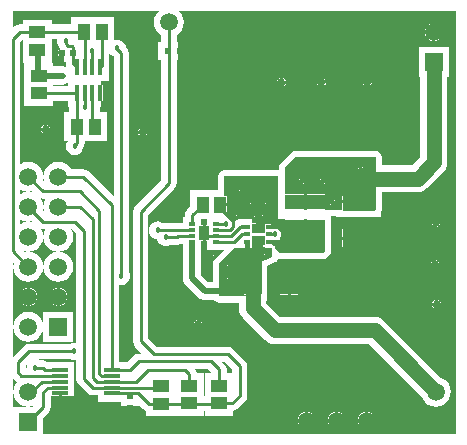
<source format=gtl>
G04 Layer_Physical_Order=1*
G04 Layer_Color=255*
%FSLAX44Y44*%
%MOMM*%
G71*
G01*
G75*
%ADD10R,0.6000X0.5000*%
%ADD11R,0.5000X0.6000*%
%ADD12R,2.8000X1.5000*%
%ADD13R,1.5000X2.8000*%
%ADD14R,0.9000X1.3000*%
%ADD15R,0.5000X0.3000*%
%ADD16R,1.4000X0.3500*%
%ADD17R,1.4000X1.1000*%
%ADD18R,0.4700X0.3500*%
%ADD19R,0.4500X1.4000*%
%ADD20R,0.4500X1.4000*%
%ADD21R,0.4500X1.4000*%
%ADD22R,1.1000X1.4000*%
%ADD23R,3.4000X1.3000*%
%ADD24C,0.2540*%
%ADD25C,0.5080*%
%ADD26C,1.2700*%
%ADD27C,0.3810*%
%ADD28R,0.4826X0.3048*%
%ADD29R,0.3780X0.4630*%
%ADD30C,0.7620*%
%ADD31C,0.4572*%
%ADD32R,1.5000X1.5000*%
%ADD33C,1.5000*%
%ADD34R,1.5000X1.5000*%
%ADD35C,0.5080*%
%ADD36C,0.6000*%
G36*
X44513Y340360D02*
X44767Y338437D01*
X45509Y336645D01*
X45690Y336409D01*
X45961Y335044D01*
X47365Y332943D01*
X47608Y332700D01*
X45340D01*
Y331470D01*
X48340D01*
Y330200D01*
X49610D01*
Y327700D01*
X50260D01*
Y322620D01*
X51866D01*
Y320989D01*
X52358Y318511D01*
X53005Y317544D01*
X52985Y317559D01*
X51131Y318327D01*
X49142Y318589D01*
X40909D01*
Y321356D01*
X36388D01*
Y321772D01*
X39893D01*
Y336772D01*
Y341633D01*
X44681D01*
X44513Y340360D01*
D02*
G37*
G36*
X54040Y302377D02*
X40909D01*
Y303217D01*
X49142D01*
X51131Y303479D01*
X52985Y304247D01*
X54040Y305057D01*
Y302377D01*
D02*
G37*
G36*
X13722Y214182D02*
X16782Y212915D01*
X20066Y212482D01*
X23187Y212893D01*
X24551Y211530D01*
X23350Y212027D01*
X20066Y212460D01*
X16782Y212027D01*
X13722Y210760D01*
X13332Y210461D01*
Y214481D01*
X13722Y214182D01*
D02*
G37*
G36*
X15733Y336772D02*
Y321772D01*
X21016D01*
Y321356D01*
X16749D01*
Y300196D01*
Y285196D01*
X40909D01*
Y289429D01*
X54040D01*
Y283879D01*
X54896D01*
Y279669D01*
X50754D01*
Y255509D01*
X53551D01*
X53002Y254794D01*
X52260Y253002D01*
X52006Y251079D01*
X52260Y249156D01*
X53002Y247364D01*
X54183Y245826D01*
X55721Y244645D01*
X57513Y243903D01*
X59436Y243649D01*
X61359Y243903D01*
X63151Y244645D01*
X64689Y245826D01*
X65870Y247364D01*
X66612Y249156D01*
X66827Y250784D01*
X67316Y251515D01*
X67808Y253993D01*
Y255509D01*
X86914D01*
Y279669D01*
X80844D01*
Y283879D01*
X81700D01*
Y288959D01*
X83120D01*
Y302959D01*
X81700D01*
Y305879D01*
X88200D01*
Y317001D01*
X88650Y319265D01*
Y330568D01*
X88816Y330168D01*
X89997Y328629D01*
X91535Y327449D01*
X92332Y327119D01*
Y208798D01*
X71380Y229749D01*
X69280Y231153D01*
X66802Y231645D01*
X56355D01*
X54438Y234143D01*
X51810Y236160D01*
X48750Y237427D01*
X45466Y237859D01*
X42182Y237427D01*
X39122Y236160D01*
X36494Y234143D01*
X34477Y231515D01*
X33210Y228455D01*
X32778Y225171D01*
X33210Y221887D01*
X33707Y220686D01*
X32344Y222050D01*
X32754Y225171D01*
X32322Y228455D01*
X31055Y231515D01*
X29038Y234143D01*
X26410Y236160D01*
X23350Y237427D01*
X20066Y237859D01*
X16782Y237427D01*
X13722Y236160D01*
X13332Y235861D01*
Y339329D01*
X15636Y341633D01*
X15733D01*
Y336772D01*
D02*
G37*
G36*
X61077Y206245D02*
X56355D01*
X56156Y206505D01*
X60818D01*
X61077Y206245D01*
D02*
G37*
G36*
X32258Y206505D02*
X34776D01*
X34477Y206115D01*
X33210Y203055D01*
X32778Y199771D01*
X33210Y196487D01*
X33707Y195286D01*
X32344Y196650D01*
X32754Y199771D01*
X32322Y203055D01*
X31055Y206115D01*
X30485Y206857D01*
X32258Y206505D01*
D02*
G37*
G36*
X61802Y193075D02*
X60687Y193297D01*
X61580D01*
X61802Y193075D01*
D02*
G37*
G36*
X13722Y188782D02*
X16782Y187515D01*
X20066Y187083D01*
X23187Y187493D01*
X24551Y186130D01*
X23350Y186627D01*
X20066Y187059D01*
X16782Y186627D01*
X13722Y185360D01*
X13332Y185061D01*
Y189081D01*
X13722Y188782D01*
D02*
G37*
G36*
X32766Y180597D02*
X34428D01*
X33210Y177655D01*
X32778Y174371D01*
X33210Y171087D01*
X34477Y168027D01*
X36494Y165399D01*
X39122Y163382D01*
X42182Y162115D01*
X45466Y161682D01*
X48750Y162115D01*
X51810Y163382D01*
X54438Y165399D01*
X56455Y168027D01*
X57722Y171087D01*
X58155Y174371D01*
X57722Y177655D01*
X56504Y180597D01*
X56754D01*
X60836Y176515D01*
Y84555D01*
X59182Y84773D01*
X57259Y84519D01*
X55564Y83817D01*
X20828D01*
X18350Y83325D01*
X16250Y81921D01*
X7045Y72716D01*
Y152836D01*
X7788Y152092D01*
X7377Y148971D01*
X7810Y145687D01*
X9077Y142627D01*
X11094Y139999D01*
X13722Y137982D01*
X16782Y136715D01*
X20066Y136283D01*
X23350Y136715D01*
X26410Y137982D01*
X29038Y139999D01*
X31055Y142627D01*
X32322Y145687D01*
X32754Y148971D01*
X32322Y152255D01*
X31055Y155315D01*
X29038Y157943D01*
X26410Y159960D01*
X23350Y161227D01*
X20066Y161660D01*
X16945Y161249D01*
X15581Y162612D01*
X16782Y162115D01*
X20066Y161682D01*
X23350Y162115D01*
X26410Y163382D01*
X29038Y165399D01*
X31055Y168027D01*
X32322Y171087D01*
X32754Y174371D01*
X32322Y177655D01*
X31055Y180715D01*
X30854Y180977D01*
X32766Y180597D01*
D02*
G37*
G36*
X130220Y364953D02*
X128203Y362325D01*
X126936Y359265D01*
X126503Y355981D01*
X126936Y352697D01*
X128203Y349637D01*
X130220Y347009D01*
X132718Y345092D01*
Y338923D01*
X130303D01*
Y323763D01*
X132718D01*
Y222265D01*
X110738Y200285D01*
X109334Y198185D01*
X108842Y195707D01*
Y85979D01*
X109334Y83501D01*
X110738Y81401D01*
X116703Y75435D01*
X113538D01*
X111060Y74943D01*
X108960Y73539D01*
X103584Y68163D01*
X102914D01*
Y68519D01*
X97308D01*
Y133865D01*
X98806Y133667D01*
X100729Y133921D01*
X102521Y134663D01*
X104059Y135843D01*
X105240Y137382D01*
X105982Y139174D01*
X106236Y141097D01*
X105982Y143020D01*
X105280Y144715D01*
Y329819D01*
X104788Y332297D01*
X103384Y334397D01*
X102495Y335286D01*
X102426Y335806D01*
X101684Y337598D01*
X100504Y339137D01*
X98965Y340317D01*
X97173Y341059D01*
X95250Y341313D01*
X93327Y341059D01*
X92756Y340823D01*
Y360187D01*
X56596D01*
Y354581D01*
X39893D01*
Y357932D01*
X15733D01*
Y354581D01*
X12954D01*
X10476Y354089D01*
X8376Y352685D01*
X7045Y351354D01*
Y365700D01*
X131193D01*
X130220Y364953D01*
D02*
G37*
G36*
X18986Y65296D02*
X18732Y63373D01*
X18760Y63163D01*
X17904D01*
Y65263D01*
X19727Y67086D01*
X18986Y65296D01*
D02*
G37*
G36*
X192662Y62215D02*
Y58847D01*
X188084D01*
Y62103D01*
X187592Y64581D01*
X186188Y66681D01*
X184541Y68329D01*
X186548D01*
X192662Y62215D01*
D02*
G37*
G36*
X175136Y59421D02*
Y58847D01*
X169530D01*
Y43847D01*
Y39487D01*
X168544D01*
Y58847D01*
X162778D01*
X162446Y60517D01*
X161129Y62487D01*
X172070D01*
X175136Y59421D01*
D02*
G37*
G36*
X144384Y39487D02*
X144160D01*
Y54867D01*
X144384D01*
Y39487D01*
D02*
G37*
G36*
X382337Y7045D02*
X32646D01*
Y21077D01*
X37344Y25775D01*
X38748Y27875D01*
X39240Y30353D01*
Y39859D01*
X58914D01*
Y44859D01*
Y49859D01*
Y54859D01*
Y68519D01*
X35986D01*
X34736Y69355D01*
X32258Y69847D01*
X29780D01*
X28085Y70549D01*
X26162Y70803D01*
X24239Y70549D01*
X22449Y69808D01*
X23510Y70869D01*
X55564D01*
X57259Y70167D01*
X59182Y69913D01*
X60836Y70131D01*
Y53975D01*
X61328Y51497D01*
X62732Y49397D01*
X70018Y42111D01*
X72118Y40707D01*
X74596Y40215D01*
X78754D01*
Y39859D01*
Y34859D01*
X98973D01*
Y31464D01*
X104053D01*
Y30814D01*
X109053D01*
Y31464D01*
X114133D01*
Y31778D01*
X117476Y28435D01*
X119576Y27031D01*
X120000Y26947D01*
Y22433D01*
X144160D01*
Y26539D01*
X144384D01*
Y22687D01*
X168544D01*
Y26539D01*
X169530D01*
Y22687D01*
X193690D01*
Y26999D01*
X195130Y27285D01*
X197230Y28689D01*
X203714Y35173D01*
X205118Y37273D01*
X205610Y39751D01*
Y64897D01*
X205118Y67375D01*
X203714Y69475D01*
X193808Y79381D01*
X191708Y80785D01*
X189230Y81277D01*
X129174D01*
X121790Y88661D01*
Y193025D01*
X143770Y215005D01*
X145174Y217105D01*
X145666Y219583D01*
Y323763D01*
X146463D01*
Y328843D01*
X147113D01*
Y331343D01*
Y333843D01*
X146463D01*
Y338923D01*
X145666D01*
Y345092D01*
X148164Y347009D01*
X150181Y349637D01*
X151448Y352697D01*
X151881Y355981D01*
X151448Y359265D01*
X150181Y362325D01*
X148164Y364953D01*
X147191Y365700D01*
X382337D01*
Y7045D01*
D02*
G37*
G36*
X9726Y52111D02*
X10674Y51478D01*
X9077Y49397D01*
X7810Y46337D01*
X7377Y43053D01*
X7810Y39769D01*
X9077Y36709D01*
X11094Y34081D01*
X13722Y32064D01*
X16782Y30797D01*
X20066Y30364D01*
X23350Y30797D01*
X24551Y31294D01*
X23490Y30233D01*
X7486D01*
Y7045D01*
X7045D01*
Y54791D01*
X9726Y52111D01*
D02*
G37*
%LPC*%
G36*
X47070Y328930D02*
X45340D01*
Y327700D01*
X47070D01*
Y328930D01*
D02*
G37*
G36*
X46736Y326767D02*
Y326136D01*
X47367D01*
X47114Y326514D01*
X46736Y326767D01*
D02*
G37*
G36*
X44196D02*
X43818Y326514D01*
X43565Y326136D01*
X44196D01*
Y326767D01*
D02*
G37*
G36*
X47367Y323596D02*
X46736D01*
Y322965D01*
X47114Y323218D01*
X47367Y323596D01*
D02*
G37*
G36*
X44196D02*
X43565D01*
X43818Y323218D01*
X44196Y322965D01*
Y323596D01*
D02*
G37*
G36*
X36068Y268681D02*
Y266319D01*
X38430D01*
X38387Y266536D01*
X37545Y267796D01*
X36285Y268638D01*
X36068Y268681D01*
D02*
G37*
G36*
X33528D02*
X33311Y268638D01*
X32051Y267796D01*
X31209Y266536D01*
X31166Y266319D01*
X33528D01*
Y268681D01*
D02*
G37*
G36*
X38430Y263779D02*
X36068D01*
Y261417D01*
X36285Y261460D01*
X37545Y262302D01*
X38387Y263562D01*
X38430Y263779D01*
D02*
G37*
G36*
X33528D02*
X31166D01*
X31209Y263562D01*
X32051Y262302D01*
X33311Y261460D01*
X33528Y261417D01*
Y263779D01*
D02*
G37*
G36*
X45466Y161660D02*
X42182Y161227D01*
X39122Y159960D01*
X36494Y157943D01*
X34477Y155315D01*
X33210Y152255D01*
X32778Y148971D01*
X33210Y145687D01*
X34477Y142627D01*
X36494Y139999D01*
X39122Y137982D01*
X42182Y136715D01*
X45466Y136283D01*
X48750Y136715D01*
X51810Y137982D01*
X54438Y139999D01*
X56455Y142627D01*
X57722Y145687D01*
X58155Y148971D01*
X57722Y152255D01*
X56455Y155315D01*
X54438Y157943D01*
X51810Y159960D01*
X48750Y161227D01*
X45466Y161660D01*
D02*
G37*
G36*
X46736Y130969D02*
Y124841D01*
X52863D01*
X52773Y125529D01*
X52017Y127353D01*
X50815Y128920D01*
X49248Y130122D01*
X47424Y130878D01*
X46736Y130969D01*
D02*
G37*
G36*
X21336D02*
Y124841D01*
X27464D01*
X27373Y125529D01*
X26617Y127353D01*
X25415Y128920D01*
X23848Y130122D01*
X22024Y130878D01*
X21336Y130969D01*
D02*
G37*
G36*
X44196D02*
X43508Y130878D01*
X41684Y130122D01*
X40117Y128920D01*
X38915Y127353D01*
X38159Y125529D01*
X38068Y124841D01*
X44196D01*
Y130969D01*
D02*
G37*
G36*
X18796D02*
X18108Y130878D01*
X16284Y130122D01*
X14717Y128920D01*
X13515Y127353D01*
X12759Y125529D01*
X12668Y124841D01*
X18796D01*
Y130969D01*
D02*
G37*
G36*
X52863Y122301D02*
X46736D01*
Y116173D01*
X47424Y116264D01*
X49248Y117020D01*
X50815Y118222D01*
X52017Y119789D01*
X52773Y121613D01*
X52863Y122301D01*
D02*
G37*
G36*
X27464D02*
X21336D01*
Y116173D01*
X22024Y116264D01*
X23848Y117020D01*
X25415Y118222D01*
X26617Y119789D01*
X27373Y121613D01*
X27464Y122301D01*
D02*
G37*
G36*
X44196D02*
X38068D01*
X38159Y121613D01*
X38915Y119789D01*
X40117Y118222D01*
X41684Y117020D01*
X43508Y116264D01*
X44196Y116173D01*
Y122301D01*
D02*
G37*
G36*
X18796D02*
X12668D01*
X12759Y121613D01*
X13515Y119789D01*
X14717Y118222D01*
X16284Y117020D01*
X18108Y116264D01*
X18796Y116173D01*
Y122301D01*
D02*
G37*
G36*
X58046Y110751D02*
X32886D01*
Y85591D01*
X58046D01*
Y110751D01*
D02*
G37*
G36*
X20066Y110859D02*
X16782Y110427D01*
X13722Y109160D01*
X11094Y107143D01*
X9077Y104515D01*
X7810Y101455D01*
X7377Y98171D01*
X7810Y94887D01*
X9077Y91827D01*
X11094Y89199D01*
X13722Y87182D01*
X16782Y85915D01*
X20066Y85483D01*
X23350Y85915D01*
X26410Y87182D01*
X29038Y89199D01*
X31055Y91827D01*
X32322Y94887D01*
X32754Y98171D01*
X32322Y101455D01*
X31055Y104515D01*
X29038Y107143D01*
X26410Y109160D01*
X23350Y110427D01*
X20066Y110859D01*
D02*
G37*
G36*
X118237Y266649D02*
Y264287D01*
X120599D01*
X120556Y264504D01*
X119714Y265764D01*
X118454Y266606D01*
X118237Y266649D01*
D02*
G37*
G36*
X115697D02*
X115480Y266606D01*
X114220Y265764D01*
X113378Y264504D01*
X113335Y264287D01*
X115697D01*
Y266649D01*
D02*
G37*
G36*
X120599Y261747D02*
X118237D01*
Y259385D01*
X118454Y259428D01*
X119714Y260270D01*
X120556Y261530D01*
X120599Y261747D01*
D02*
G37*
G36*
X115697D02*
X113335D01*
X113378Y261530D01*
X114220Y260270D01*
X115480Y259428D01*
X115697Y259385D01*
Y261747D01*
D02*
G37*
G36*
X172092Y363481D02*
X165862D01*
Y357251D01*
X172092D01*
Y363481D01*
D02*
G37*
G36*
X163322D02*
X157092D01*
Y357251D01*
X163322D01*
Y363481D01*
D02*
G37*
G36*
X364744Y354996D02*
Y348869D01*
X370872D01*
X370781Y349557D01*
X370025Y351381D01*
X368823Y352948D01*
X367256Y354150D01*
X365432Y354906D01*
X364744Y354996D01*
D02*
G37*
G36*
X362204D02*
X361516Y354906D01*
X359692Y354150D01*
X358125Y352948D01*
X356923Y351381D01*
X356167Y349557D01*
X356077Y348869D01*
X362204D01*
Y354996D01*
D02*
G37*
G36*
X172092Y354711D02*
X165862D01*
Y348481D01*
X172092D01*
Y354711D01*
D02*
G37*
G36*
X163322D02*
X157092D01*
Y348481D01*
X163322D01*
Y354711D01*
D02*
G37*
G36*
X370872Y346329D02*
X364744D01*
Y340201D01*
X365432Y340292D01*
X367256Y341048D01*
X368823Y342250D01*
X370025Y343817D01*
X370781Y345641D01*
X370872Y346329D01*
D02*
G37*
G36*
X362204D02*
X356077D01*
X356167Y345641D01*
X356923Y343817D01*
X358125Y342250D01*
X359692Y341048D01*
X361516Y340292D01*
X362204Y340201D01*
Y346329D01*
D02*
G37*
G36*
X151383Y333843D02*
X149653D01*
Y332613D01*
X151383D01*
Y333843D01*
D02*
G37*
G36*
Y330073D02*
X149653D01*
Y328843D01*
X151383D01*
Y330073D01*
D02*
G37*
G36*
X308356Y309067D02*
Y306705D01*
X310718D01*
X310675Y306922D01*
X309833Y308182D01*
X308573Y309024D01*
X308356Y309067D01*
D02*
G37*
G36*
X305816D02*
X305599Y309024D01*
X304339Y308182D01*
X303497Y306922D01*
X303454Y306705D01*
X305816D01*
Y309067D01*
D02*
G37*
G36*
X269621D02*
Y306705D01*
X271983D01*
X271940Y306922D01*
X271098Y308182D01*
X269838Y309024D01*
X269621Y309067D01*
D02*
G37*
G36*
X267081D02*
X266864Y309024D01*
X265604Y308182D01*
X264762Y306922D01*
X264719Y306705D01*
X267081D01*
Y309067D01*
D02*
G37*
G36*
X235712Y308559D02*
Y306197D01*
X238074D01*
X238031Y306414D01*
X237189Y307674D01*
X235929Y308516D01*
X235712Y308559D01*
D02*
G37*
G36*
X233172D02*
X232955Y308516D01*
X231695Y307674D01*
X230853Y306414D01*
X230810Y306197D01*
X233172D01*
Y308559D01*
D02*
G37*
G36*
X310718Y304165D02*
X308356D01*
Y301803D01*
X308573Y301846D01*
X309833Y302688D01*
X310675Y303948D01*
X310718Y304165D01*
D02*
G37*
G36*
X305816D02*
X303454D01*
X303497Y303948D01*
X304339Y302688D01*
X305599Y301846D01*
X305816Y301803D01*
Y304165D01*
D02*
G37*
G36*
X271983D02*
X269621D01*
Y301803D01*
X269838Y301846D01*
X271098Y302688D01*
X271940Y303948D01*
X271983Y304165D01*
D02*
G37*
G36*
X267081D02*
X264719D01*
X264762Y303948D01*
X265604Y302688D01*
X266864Y301846D01*
X267081Y301803D01*
Y304165D01*
D02*
G37*
G36*
X238074Y303657D02*
X235712D01*
Y301295D01*
X235929Y301338D01*
X237189Y302180D01*
X238031Y303440D01*
X238074Y303657D01*
D02*
G37*
G36*
X233172D02*
X230810D01*
X230853Y303440D01*
X231695Y302180D01*
X232955Y301338D01*
X233172Y301295D01*
Y303657D01*
D02*
G37*
G36*
X376054Y334779D02*
X350894D01*
Y309619D01*
X351945D01*
Y242138D01*
X344983Y235176D01*
X319377D01*
Y241935D01*
X318983Y243917D01*
X317861Y245597D01*
X316180Y246720D01*
X314198Y247115D01*
X246380D01*
X246380Y247115D01*
X244398Y246720D01*
X242717Y245597D01*
X234081Y236961D01*
X233827Y236707D01*
X232705Y235027D01*
X232311Y233045D01*
Y230422D01*
X231394Y230604D01*
X186036D01*
X184054Y230210D01*
X182374Y229088D01*
X181251Y227407D01*
X180856Y225425D01*
Y213629D01*
X157180D01*
Y200125D01*
X154332Y197277D01*
X152928Y195177D01*
X152436Y192699D01*
Y191499D01*
X151330D01*
Y186433D01*
X133158D01*
X131463Y187135D01*
X129540Y187389D01*
X127617Y187135D01*
X125825Y186393D01*
X124286Y185212D01*
X123106Y183674D01*
X122364Y181882D01*
X122110Y179959D01*
X122364Y178036D01*
X123106Y176244D01*
X124286Y174706D01*
X125825Y173525D01*
X127617Y172783D01*
X129396Y172549D01*
X129476Y171940D01*
X130218Y170148D01*
X131398Y168610D01*
X132937Y167429D01*
X134729Y166687D01*
X136652Y166433D01*
X138575Y166687D01*
X140270Y167389D01*
X145796D01*
X148274Y167881D01*
X149116Y168445D01*
X151285D01*
Y165591D01*
X151224Y165133D01*
Y139159D01*
X151486Y137170D01*
X152254Y135316D01*
X153475Y133724D01*
X163983Y123216D01*
X163983Y123216D01*
X164674Y122686D01*
X165575Y121995D01*
X166886Y121452D01*
X167429Y121227D01*
X167660Y121197D01*
X169418Y120965D01*
X169418Y120965D01*
X177411D01*
X177948Y120162D01*
X179628Y119040D01*
X181610Y118645D01*
X198523D01*
Y113925D01*
X198916Y110941D01*
X199591Y109312D01*
X200068Y108161D01*
X201900Y105773D01*
X220702Y86971D01*
X223090Y85139D01*
X224241Y84662D01*
X225870Y83987D01*
X228854Y83594D01*
X228854Y83594D01*
X308661D01*
X353536Y38719D01*
X354263Y36963D01*
X356280Y34335D01*
X358908Y32318D01*
X361968Y31051D01*
X365252Y30619D01*
X368536Y31051D01*
X371596Y32318D01*
X374224Y34335D01*
X376241Y36963D01*
X377508Y40023D01*
X377940Y43307D01*
X377508Y46591D01*
X376241Y49651D01*
X374224Y52279D01*
X371596Y54296D01*
X369840Y55023D01*
X321588Y103275D01*
X319200Y105107D01*
X318049Y105584D01*
X316420Y106259D01*
X313436Y106652D01*
X233629D01*
X221581Y118700D01*
Y119985D01*
X222632D01*
Y149804D01*
X228937Y152625D01*
X229703Y153168D01*
X230485Y153691D01*
X230525Y153752D01*
X230585Y153794D01*
X231085Y154590D01*
X231607Y155371D01*
X231622Y155443D01*
X231661Y155506D01*
X231689Y155669D01*
X232664Y155476D01*
X269494D01*
X271476Y155870D01*
X273157Y156993D01*
X275189Y159024D01*
X276311Y160705D01*
X276705Y162687D01*
Y189611D01*
X276588Y190202D01*
Y192052D01*
X280894D01*
Y191515D01*
X319054D01*
Y195350D01*
X319377Y196977D01*
Y212118D01*
X349758D01*
X352742Y212511D01*
X354371Y213186D01*
X355522Y213663D01*
X357910Y215495D01*
X371626Y229211D01*
X373458Y231599D01*
X374610Y234379D01*
X375003Y237363D01*
Y309619D01*
X376054D01*
Y334779D01*
D02*
G37*
G36*
X366395Y190322D02*
Y187960D01*
X368757D01*
X368714Y188177D01*
X367872Y189437D01*
X366612Y190279D01*
X366395Y190322D01*
D02*
G37*
G36*
X363855D02*
X363638Y190279D01*
X362378Y189437D01*
X361536Y188177D01*
X361493Y187960D01*
X363855D01*
Y190322D01*
D02*
G37*
G36*
X368757Y185420D02*
X366395D01*
Y183058D01*
X366612Y183101D01*
X367872Y183943D01*
X368714Y185203D01*
X368757Y185420D01*
D02*
G37*
G36*
X363855D02*
X361493D01*
X361536Y185203D01*
X362378Y183943D01*
X363638Y183101D01*
X363855Y183058D01*
Y185420D01*
D02*
G37*
G36*
X313974Y180595D02*
X301244D01*
Y174365D01*
X313974D01*
Y180595D01*
D02*
G37*
G36*
X298704D02*
X285974D01*
Y174365D01*
X298704D01*
Y180595D01*
D02*
G37*
G36*
X313974Y171825D02*
X301244D01*
Y165595D01*
X313974D01*
Y171825D01*
D02*
G37*
G36*
X298704D02*
X285974D01*
Y165595D01*
X298704D01*
Y171825D01*
D02*
G37*
G36*
X365633Y154381D02*
Y152019D01*
X367995D01*
X367952Y152236D01*
X367110Y153496D01*
X365850Y154338D01*
X365633Y154381D01*
D02*
G37*
G36*
X363093D02*
X362876Y154338D01*
X361616Y153496D01*
X360774Y152236D01*
X360731Y152019D01*
X363093D01*
Y154381D01*
D02*
G37*
G36*
X367995Y149479D02*
X365633D01*
Y147117D01*
X365850Y147160D01*
X367110Y148002D01*
X367952Y149262D01*
X367995Y149479D01*
D02*
G37*
G36*
X363093D02*
X360731D01*
X360774Y149262D01*
X361616Y148002D01*
X362876Y147160D01*
X363093Y147117D01*
Y149479D01*
D02*
G37*
G36*
X248552Y153065D02*
X242322D01*
Y140335D01*
X248552D01*
Y153065D01*
D02*
G37*
G36*
X239782D02*
X233552D01*
Y140335D01*
X239782D01*
Y153065D01*
D02*
G37*
G36*
X248552Y137795D02*
X242322D01*
Y125065D01*
X248552D01*
Y137795D01*
D02*
G37*
G36*
X239782D02*
X233552D01*
Y125065D01*
X239782D01*
Y137795D01*
D02*
G37*
G36*
X367030Y120599D02*
Y118237D01*
X369392D01*
X369349Y118454D01*
X368507Y119714D01*
X367247Y120556D01*
X367030Y120599D01*
D02*
G37*
G36*
X364490D02*
X364273Y120556D01*
X363013Y119714D01*
X362171Y118454D01*
X362128Y118237D01*
X364490D01*
Y120599D01*
D02*
G37*
G36*
X369392Y115697D02*
X367030D01*
Y113335D01*
X367247Y113378D01*
X368507Y114220D01*
X369349Y115480D01*
X369392Y115697D01*
D02*
G37*
G36*
X364490D02*
X362128D01*
X362171Y115480D01*
X363013Y114220D01*
X364273Y113378D01*
X364490Y113335D01*
Y115697D01*
D02*
G37*
G36*
X165227Y103708D02*
Y101346D01*
X167589D01*
X167546Y101563D01*
X166704Y102823D01*
X165444Y103665D01*
X165227Y103708D01*
D02*
G37*
G36*
X162687D02*
X162470Y103665D01*
X161210Y102823D01*
X160368Y101563D01*
X160325Y101346D01*
X162687D01*
Y103708D01*
D02*
G37*
G36*
X167589Y98806D02*
X165227D01*
Y96444D01*
X165444Y96487D01*
X166704Y97329D01*
X167546Y98589D01*
X167589Y98806D01*
D02*
G37*
G36*
X162687D02*
X160325D01*
X160368Y98589D01*
X161210Y97329D01*
X162470Y96487D01*
X162687Y96444D01*
Y98806D01*
D02*
G37*
G36*
X109053Y28274D02*
X107823D01*
Y26544D01*
X109053D01*
Y28274D01*
D02*
G37*
G36*
X105283D02*
X104053D01*
Y26544D01*
X105283D01*
Y28274D01*
D02*
G37*
G36*
X307848Y26067D02*
Y19939D01*
X313976D01*
X313885Y20627D01*
X313129Y22451D01*
X311927Y24018D01*
X310360Y25220D01*
X308536Y25976D01*
X307848Y26067D01*
D02*
G37*
G36*
X305308D02*
X304620Y25976D01*
X302796Y25220D01*
X301229Y24018D01*
X300027Y22451D01*
X299271Y20627D01*
X299181Y19939D01*
X305308D01*
Y26067D01*
D02*
G37*
G36*
X282448D02*
Y19939D01*
X288575D01*
X288485Y20627D01*
X287729Y22451D01*
X286527Y24018D01*
X284960Y25220D01*
X283136Y25976D01*
X282448Y26067D01*
D02*
G37*
G36*
X279908D02*
X279220Y25976D01*
X277396Y25220D01*
X275829Y24018D01*
X274627Y22451D01*
X273871Y20627D01*
X273780Y19939D01*
X279908D01*
Y26067D01*
D02*
G37*
G36*
X257048D02*
Y19939D01*
X263176D01*
X263085Y20627D01*
X262329Y22451D01*
X261127Y24018D01*
X259560Y25220D01*
X257736Y25976D01*
X257048Y26067D01*
D02*
G37*
G36*
X254508D02*
X253820Y25976D01*
X251996Y25220D01*
X250429Y24018D01*
X249227Y22451D01*
X248471Y20627D01*
X248381Y19939D01*
X254508D01*
Y26067D01*
D02*
G37*
G36*
X237878Y26169D02*
X231648D01*
Y19939D01*
X237878D01*
Y26169D01*
D02*
G37*
G36*
X229108D02*
X222878D01*
Y19939D01*
X229108D01*
Y26169D01*
D02*
G37*
G36*
X372752Y25407D02*
X366522D01*
Y19177D01*
X372752D01*
Y25407D01*
D02*
G37*
G36*
X363982D02*
X357752D01*
Y19177D01*
X363982D01*
Y25407D01*
D02*
G37*
G36*
X313976Y17399D02*
X307848D01*
Y11272D01*
X308536Y11362D01*
X310360Y12118D01*
X311927Y13320D01*
X313129Y14887D01*
X313885Y16711D01*
X313976Y17399D01*
D02*
G37*
G36*
X305308D02*
X299181D01*
X299271Y16711D01*
X300027Y14887D01*
X301229Y13320D01*
X302796Y12118D01*
X304620Y11362D01*
X305308Y11272D01*
Y17399D01*
D02*
G37*
G36*
X288575D02*
X282448D01*
Y11272D01*
X283136Y11362D01*
X284960Y12118D01*
X286527Y13320D01*
X287729Y14887D01*
X288485Y16711D01*
X288575Y17399D01*
D02*
G37*
G36*
X279908D02*
X273780D01*
X273871Y16711D01*
X274627Y14887D01*
X275829Y13320D01*
X277396Y12118D01*
X279220Y11362D01*
X279908Y11272D01*
Y17399D01*
D02*
G37*
G36*
X263176D02*
X257048D01*
Y11272D01*
X257736Y11362D01*
X259560Y12118D01*
X261127Y13320D01*
X262329Y14887D01*
X263085Y16711D01*
X263176Y17399D01*
D02*
G37*
G36*
X254508D02*
X248381D01*
X248471Y16711D01*
X249227Y14887D01*
X250429Y13320D01*
X251996Y12118D01*
X253820Y11362D01*
X254508Y11272D01*
Y17399D01*
D02*
G37*
G36*
X237878D02*
X231648D01*
Y11169D01*
X237878D01*
Y17399D01*
D02*
G37*
G36*
X229108D02*
X222878D01*
Y11169D01*
X229108D01*
Y17399D01*
D02*
G37*
G36*
X372752Y16637D02*
X366522D01*
Y10407D01*
X372752D01*
Y16637D01*
D02*
G37*
G36*
X363982D02*
X357752D01*
Y10407D01*
X363982D01*
Y16637D01*
D02*
G37*
%LPD*%
G36*
X314198Y196977D02*
X313974Y196753D01*
Y202825D01*
X299974D01*
X285974D01*
Y197231D01*
X237490D01*
Y197485D01*
Y233045D01*
X237744Y233299D01*
X246380Y241935D01*
X314198D01*
Y196977D01*
D02*
G37*
G36*
X203130Y183233D02*
X200276D01*
Y184459D01*
X200418Y184554D01*
X203130D01*
Y183233D01*
D02*
G37*
G36*
X231394Y189611D02*
X271526D01*
Y162687D01*
X269494Y160655D01*
X232664D01*
Y161417D01*
X229361Y164720D01*
X229316Y164944D01*
X229228Y165424D01*
X229218Y165439D01*
X229215Y165456D01*
X228943Y165862D01*
X228677Y166272D01*
X228663Y166282D01*
X228653Y166296D01*
X228248Y166567D01*
X227845Y166844D01*
X227827Y166848D01*
X227813Y166858D01*
X227334Y166953D01*
X227073Y167008D01*
X226060Y168021D01*
Y168153D01*
X226130D01*
Y168633D01*
X223780D01*
Y171173D01*
X226130D01*
Y171577D01*
X228633D01*
X229108Y171483D01*
X229583Y171577D01*
X233426D01*
Y172085D01*
Y174179D01*
X233654Y174520D01*
X234028Y176403D01*
X233654Y178286D01*
X233426Y178627D01*
Y179451D01*
X232664Y180213D01*
X231648Y181229D01*
X229583D01*
X229108Y181324D01*
X228633Y181229D01*
X226130D01*
Y181633D01*
X223780D01*
Y184173D01*
X226130D01*
Y184653D01*
X225806D01*
Y185103D01*
X220130Y185103D01*
Y180693D01*
Y177403D01*
X209130D01*
Y185103D01*
X212910D01*
Y189733D01*
X198050D01*
Y189081D01*
X197062Y188885D01*
X194962Y187481D01*
X194552Y187071D01*
X193040D01*
X191388Y188723D01*
X191185Y189026D01*
X190882Y189229D01*
X186036Y194075D01*
Y194549D01*
X188260D01*
Y200279D01*
X182760D01*
Y202819D01*
X188260D01*
Y208549D01*
X186036D01*
Y225425D01*
X231394D01*
Y189611D01*
D02*
G37*
G36*
X171330Y183919D02*
X170180D01*
Y177419D01*
Y170919D01*
X171330D01*
Y163339D01*
X186113D01*
X177948Y155174D01*
X176825Y153493D01*
X176430Y151511D01*
Y136337D01*
X172602D01*
X166596Y142343D01*
Y165133D01*
X166490Y165936D01*
Y168339D01*
Y170919D01*
X167640D01*
Y177419D01*
Y183919D01*
X166490D01*
Y186499D01*
Y189469D01*
X171330D01*
Y183919D01*
D02*
G37*
G36*
X220130Y167703D02*
X218890D01*
Y165613D01*
X220130D01*
Y164553D01*
X226822Y164465D01*
Y157353D01*
X217237Y153065D01*
X211322D01*
Y139065D01*
Y125065D01*
X217170D01*
Y123825D01*
X181610D01*
Y151511D01*
X194564Y164465D01*
X209296D01*
Y167537D01*
X209130Y167703D01*
Y175403D01*
X220130D01*
Y167703D01*
D02*
G37*
%LPC*%
G36*
X302514Y236521D02*
Y235585D01*
X303450D01*
X303075Y236146D01*
X302514Y236521D01*
D02*
G37*
G36*
X299974D02*
X299413Y236146D01*
X299038Y235585D01*
X299974D01*
Y236521D01*
D02*
G37*
G36*
X303450Y233045D02*
X302514D01*
Y232109D01*
X303075Y232484D01*
X303450Y233045D01*
D02*
G37*
G36*
X299974D02*
X299038D01*
X299413Y232484D01*
X299974Y232109D01*
Y233045D01*
D02*
G37*
G36*
X270256Y223313D02*
Y222377D01*
X271192D01*
X270817Y222938D01*
X270256Y223313D01*
D02*
G37*
G36*
X267716D02*
X267155Y222938D01*
X266780Y222377D01*
X267716D01*
Y223313D01*
D02*
G37*
G36*
X252476D02*
Y222377D01*
X253412D01*
X253037Y222938D01*
X252476Y223313D01*
D02*
G37*
G36*
X249936D02*
X249375Y222938D01*
X249000Y222377D01*
X249936D01*
Y223313D01*
D02*
G37*
G36*
X271192Y219837D02*
X270256D01*
Y218901D01*
X270817Y219276D01*
X271192Y219837D01*
D02*
G37*
G36*
X267716D02*
X266780D01*
X267155Y219276D01*
X267716Y218901D01*
Y219837D01*
D02*
G37*
G36*
X253412D02*
X252476D01*
Y218901D01*
X253037Y219276D01*
X253412Y219837D01*
D02*
G37*
G36*
X249936D02*
X249000D01*
X249375Y219276D01*
X249936Y218901D01*
Y219837D01*
D02*
G37*
G36*
X313974Y211595D02*
X301244D01*
Y205365D01*
X313974D01*
Y211595D01*
D02*
G37*
G36*
X298704D02*
X285974D01*
Y205365D01*
X298704D01*
Y211595D01*
D02*
G37*
G36*
X271508Y210421D02*
X255778D01*
Y205191D01*
X271508D01*
Y210421D01*
D02*
G37*
G36*
X253238D02*
X237508D01*
Y205191D01*
X253238D01*
Y210421D01*
D02*
G37*
G36*
X279146Y205533D02*
Y204597D01*
X280082D01*
X279707Y205158D01*
X279146Y205533D01*
D02*
G37*
G36*
X276606D02*
X276045Y205158D01*
X275670Y204597D01*
X276606D01*
Y205533D01*
D02*
G37*
G36*
X280082Y202057D02*
X279146D01*
Y201121D01*
X279707Y201496D01*
X280082Y202057D01*
D02*
G37*
G36*
X276606D02*
X275670D01*
X276045Y201496D01*
X276606Y201121D01*
Y202057D01*
D02*
G37*
G36*
X271508Y202651D02*
X255778D01*
Y197421D01*
X271508D01*
Y202651D01*
D02*
G37*
G36*
X253238D02*
X237508D01*
Y197421D01*
X253238D01*
Y202651D01*
D02*
G37*
G36*
X223520Y217420D02*
Y216789D01*
X224151D01*
X223898Y217167D01*
X223520Y217420D01*
D02*
G37*
G36*
X220980D02*
X220602Y217167D01*
X220349Y216789D01*
X220980D01*
Y217420D01*
D02*
G37*
G36*
X210820D02*
Y216789D01*
X211451D01*
X211198Y217167D01*
X210820Y217420D01*
D02*
G37*
G36*
X208280D02*
X207902Y217167D01*
X207649Y216789D01*
X208280D01*
Y217420D01*
D02*
G37*
G36*
X198882Y217166D02*
Y216535D01*
X199513D01*
X199260Y216913D01*
X198882Y217166D01*
D02*
G37*
G36*
X196342D02*
X195964Y216913D01*
X195711Y216535D01*
X196342D01*
Y217166D01*
D02*
G37*
G36*
X224151Y214249D02*
X223520D01*
Y213618D01*
X223898Y213871D01*
X224151Y214249D01*
D02*
G37*
G36*
X220980D02*
X220349D01*
X220602Y213871D01*
X220980Y213618D01*
Y214249D01*
D02*
G37*
G36*
X211451D02*
X210820D01*
Y213618D01*
X211198Y213871D01*
X211451Y214249D01*
D02*
G37*
G36*
X208280D02*
X207649D01*
X207902Y213871D01*
X208280Y213618D01*
Y214249D01*
D02*
G37*
G36*
X199513Y213995D02*
X198882D01*
Y213364D01*
X199260Y213617D01*
X199513Y213995D01*
D02*
G37*
G36*
X196342D02*
X195711D01*
X195964Y213617D01*
X196342Y213364D01*
Y213995D01*
D02*
G37*
G36*
X224028Y205736D02*
Y205105D01*
X224659D01*
X224406Y205483D01*
X224028Y205736D01*
D02*
G37*
G36*
X221488D02*
X221110Y205483D01*
X220857Y205105D01*
X221488D01*
Y205736D01*
D02*
G37*
G36*
X211328D02*
Y205105D01*
X211959D01*
X211706Y205483D01*
X211328Y205736D01*
D02*
G37*
G36*
X208788D02*
X208410Y205483D01*
X208157Y205105D01*
X208788D01*
Y205736D01*
D02*
G37*
G36*
X199390Y205482D02*
Y204851D01*
X200021D01*
X199768Y205229D01*
X199390Y205482D01*
D02*
G37*
G36*
X196850D02*
X196472Y205229D01*
X196219Y204851D01*
X196850D01*
Y205482D01*
D02*
G37*
G36*
X224659Y202565D02*
X224028D01*
Y201934D01*
X224406Y202187D01*
X224659Y202565D01*
D02*
G37*
G36*
X221488D02*
X220857D01*
X221110Y202187D01*
X221488Y201934D01*
Y202565D01*
D02*
G37*
G36*
X211959D02*
X211328D01*
Y201934D01*
X211706Y202187D01*
X211959Y202565D01*
D02*
G37*
G36*
X208788D02*
X208157D01*
X208410Y202187D01*
X208788Y201934D01*
Y202565D01*
D02*
G37*
G36*
X200021Y202311D02*
X199390D01*
Y201680D01*
X199768Y201933D01*
X200021Y202311D01*
D02*
G37*
G36*
X196850D02*
X196219D01*
X196472Y201933D01*
X196850Y201680D01*
Y202311D01*
D02*
G37*
G36*
X199390Y195830D02*
Y195199D01*
X200021D01*
X199768Y195577D01*
X199390Y195830D01*
D02*
G37*
G36*
X196850D02*
X196472Y195577D01*
X196219Y195199D01*
X196850D01*
Y195830D01*
D02*
G37*
G36*
X221488Y195576D02*
Y194945D01*
X222119D01*
X221866Y195323D01*
X221488Y195576D01*
D02*
G37*
G36*
X218948D02*
X218570Y195323D01*
X218317Y194945D01*
X218948D01*
Y195576D01*
D02*
G37*
G36*
X211328Y195322D02*
Y194691D01*
X211959D01*
X211706Y195069D01*
X211328Y195322D01*
D02*
G37*
G36*
X208788D02*
X208410Y195069D01*
X208157Y194691D01*
X208788D01*
Y195322D01*
D02*
G37*
G36*
X200021Y192659D02*
X199390D01*
Y192028D01*
X199768Y192281D01*
X200021Y192659D01*
D02*
G37*
G36*
X196850D02*
X196219D01*
X196472Y192281D01*
X196850Y192028D01*
Y192659D01*
D02*
G37*
G36*
X222119Y192405D02*
X221488D01*
Y191774D01*
X221866Y192027D01*
X222119Y192405D01*
D02*
G37*
G36*
X218948D02*
X218317D01*
X218570Y192027D01*
X218948Y191774D01*
Y192405D01*
D02*
G37*
G36*
X211959Y192151D02*
X211328D01*
Y191520D01*
X211706Y191773D01*
X211959Y192151D01*
D02*
G37*
G36*
X208788D02*
X208157D01*
X208410Y191773D01*
X208788Y191520D01*
Y192151D01*
D02*
G37*
G36*
X271508Y189421D02*
X255778D01*
Y184191D01*
X271508D01*
Y189421D01*
D02*
G37*
G36*
X253238D02*
X237508D01*
Y184191D01*
X253238D01*
Y189421D01*
D02*
G37*
G36*
X271508Y181651D02*
X255778D01*
Y176421D01*
X271508D01*
Y181651D01*
D02*
G37*
G36*
X253238D02*
X237508D01*
Y176421D01*
X253238D01*
Y181651D01*
D02*
G37*
G36*
X266954Y166620D02*
Y165989D01*
X267585D01*
X267332Y166367D01*
X266954Y166620D01*
D02*
G37*
G36*
X264414D02*
X264036Y166367D01*
X263783Y165989D01*
X264414D01*
Y166620D01*
D02*
G37*
G36*
X258064D02*
Y165989D01*
X258695D01*
X258442Y166367D01*
X258064Y166620D01*
D02*
G37*
G36*
X255524D02*
X255146Y166367D01*
X254893Y165989D01*
X255524D01*
Y166620D01*
D02*
G37*
G36*
X248920D02*
Y165989D01*
X249551D01*
X249298Y166367D01*
X248920Y166620D01*
D02*
G37*
G36*
X246380D02*
X246002Y166367D01*
X245749Y165989D01*
X246380D01*
Y166620D01*
D02*
G37*
G36*
X237998D02*
Y165989D01*
X238629D01*
X238376Y166367D01*
X237998Y166620D01*
D02*
G37*
G36*
X235458D02*
X235080Y166367D01*
X234827Y165989D01*
X235458D01*
Y166620D01*
D02*
G37*
G36*
X267585Y163449D02*
X266954D01*
Y162818D01*
X267332Y163071D01*
X267585Y163449D01*
D02*
G37*
G36*
X264414D02*
X263783D01*
X264036Y163071D01*
X264414Y162818D01*
Y163449D01*
D02*
G37*
G36*
X258695D02*
X258064D01*
Y162818D01*
X258442Y163071D01*
X258695Y163449D01*
D02*
G37*
G36*
X255524D02*
X254893D01*
X255146Y163071D01*
X255524Y162818D01*
Y163449D01*
D02*
G37*
G36*
X249551D02*
X248920D01*
Y162818D01*
X249298Y163071D01*
X249551Y163449D01*
D02*
G37*
G36*
X246380D02*
X245749D01*
X246002Y163071D01*
X246380Y162818D01*
Y163449D01*
D02*
G37*
G36*
X238629D02*
X237998D01*
Y162818D01*
X238376Y163071D01*
X238629Y163449D01*
D02*
G37*
G36*
X235458D02*
X234827D01*
X235080Y163071D01*
X235458Y162818D01*
Y163449D01*
D02*
G37*
G36*
X180095Y162048D02*
Y161417D01*
X180725D01*
X180473Y161795D01*
X180095Y162048D01*
D02*
G37*
G36*
X177554D02*
X177176Y161795D01*
X176924Y161417D01*
X177554D01*
Y162048D01*
D02*
G37*
G36*
X171073D02*
Y161417D01*
X171704D01*
X171451Y161795D01*
X171073Y162048D01*
D02*
G37*
G36*
X168533D02*
X168155Y161795D01*
X167903Y161417D01*
X168533D01*
Y162048D01*
D02*
G37*
G36*
X180725Y158877D02*
X180095D01*
Y158246D01*
X180473Y158499D01*
X180725Y158877D01*
D02*
G37*
G36*
X177554D02*
X176924D01*
X177176Y158499D01*
X177554Y158246D01*
Y158877D01*
D02*
G37*
G36*
X171704D02*
X171073D01*
Y158246D01*
X171451Y158499D01*
X171704Y158877D01*
D02*
G37*
G36*
X168533D02*
X167903D01*
X168155Y158499D01*
X168533Y158246D01*
Y158877D01*
D02*
G37*
G36*
X170819Y153920D02*
Y153289D01*
X171450D01*
X171197Y153667D01*
X170819Y153920D01*
D02*
G37*
G36*
X168279D02*
X167901Y153667D01*
X167649Y153289D01*
X168279D01*
Y153920D01*
D02*
G37*
G36*
X171450Y150749D02*
X170819D01*
Y150118D01*
X171197Y150371D01*
X171450Y150749D01*
D02*
G37*
G36*
X168279D02*
X167649D01*
X167901Y150371D01*
X168279Y150118D01*
Y150749D01*
D02*
G37*
G36*
X171073Y145538D02*
Y144907D01*
X171704D01*
X171451Y145285D01*
X171073Y145538D01*
D02*
G37*
G36*
X168533D02*
X168155Y145285D01*
X167903Y144907D01*
X168533D01*
Y145538D01*
D02*
G37*
G36*
X171704Y142367D02*
X171073D01*
Y141736D01*
X171451Y141989D01*
X171704Y142367D01*
D02*
G37*
G36*
X168533D02*
X167903D01*
X168155Y141989D01*
X168533Y141736D01*
Y142367D01*
D02*
G37*
G36*
X223266Y162556D02*
Y161925D01*
X223897D01*
X223644Y162303D01*
X223266Y162556D01*
D02*
G37*
G36*
X220726D02*
X220348Y162303D01*
X220095Y161925D01*
X220726D01*
Y162556D01*
D02*
G37*
G36*
X211836Y162048D02*
Y161417D01*
X212467D01*
X212214Y161795D01*
X211836Y162048D01*
D02*
G37*
G36*
X209296D02*
X208918Y161795D01*
X208665Y161417D01*
X209296D01*
Y162048D01*
D02*
G37*
G36*
X199136D02*
Y161417D01*
X199767D01*
X199514Y161795D01*
X199136Y162048D01*
D02*
G37*
G36*
X196596D02*
X196218Y161795D01*
X195965Y161417D01*
X196596D01*
Y162048D01*
D02*
G37*
G36*
X223897Y159385D02*
X223266D01*
Y158754D01*
X223644Y159007D01*
X223897Y159385D01*
D02*
G37*
G36*
X220726D02*
X220095D01*
X220348Y159007D01*
X220726Y158754D01*
Y159385D01*
D02*
G37*
G36*
X212467Y158877D02*
X211836D01*
Y158246D01*
X212214Y158499D01*
X212467Y158877D01*
D02*
G37*
G36*
X209296D02*
X208665D01*
X208918Y158499D01*
X209296Y158246D01*
Y158877D01*
D02*
G37*
G36*
X199767D02*
X199136D01*
Y158246D01*
X199514Y158499D01*
X199767Y158877D01*
D02*
G37*
G36*
X196596D02*
X195965D01*
X196218Y158499D01*
X196596Y158246D01*
Y158877D01*
D02*
G37*
G36*
X191901Y153412D02*
Y152781D01*
X192532D01*
X192279Y153159D01*
X191901Y153412D01*
D02*
G37*
G36*
X189361D02*
X188983Y153159D01*
X188731Y152781D01*
X189361D01*
Y153412D01*
D02*
G37*
G36*
X192532Y150241D02*
X191901D01*
Y149610D01*
X192279Y149863D01*
X192532Y150241D01*
D02*
G37*
G36*
X189361D02*
X188731D01*
X188983Y149863D01*
X189361Y149610D01*
Y150241D01*
D02*
G37*
G36*
X191901Y142490D02*
Y141859D01*
X192532D01*
X192279Y142237D01*
X191901Y142490D01*
D02*
G37*
G36*
X189361D02*
X188983Y142237D01*
X188731Y141859D01*
X189361D01*
Y142490D01*
D02*
G37*
G36*
X208782Y153065D02*
X202552D01*
Y140335D01*
X208782D01*
Y153065D01*
D02*
G37*
G36*
X192532Y139319D02*
X191901D01*
Y138688D01*
X192279Y138941D01*
X192532Y139319D01*
D02*
G37*
G36*
X189361D02*
X188731D01*
X188983Y138941D01*
X189361Y138688D01*
Y139319D01*
D02*
G37*
G36*
X191901Y131314D02*
Y130683D01*
X192532D01*
X192279Y131061D01*
X191901Y131314D01*
D02*
G37*
G36*
X189361D02*
X188983Y131061D01*
X188731Y130683D01*
X189361D01*
Y131314D01*
D02*
G37*
G36*
X192532Y128143D02*
X191901D01*
Y127512D01*
X192279Y127765D01*
X192532Y128143D01*
D02*
G37*
G36*
X189361D02*
X188731D01*
X188983Y127765D01*
X189361Y127512D01*
Y128143D01*
D02*
G37*
G36*
X208782Y137795D02*
X202552D01*
Y125065D01*
X208782D01*
Y137795D01*
D02*
G37*
%LPD*%
D10*
X148383Y331343D02*
D03*
X138383D02*
D03*
X48340Y330200D02*
D03*
X58340D02*
D03*
D11*
X106553Y29544D02*
D03*
Y39544D02*
D03*
D12*
X299974Y204095D02*
D03*
Y173095D02*
D03*
D13*
X241052Y139065D02*
D03*
X210052D02*
D03*
D14*
X168910Y177419D02*
D03*
D15*
X178910Y184919D02*
D03*
Y179919D02*
D03*
Y174919D02*
D03*
Y169919D02*
D03*
X158910D02*
D03*
Y174919D02*
D03*
Y179919D02*
D03*
Y184919D02*
D03*
D16*
X90834Y41689D02*
D03*
Y46689D02*
D03*
Y51689D02*
D03*
Y56689D02*
D03*
Y61689D02*
D03*
X46834Y41689D02*
D03*
Y46689D02*
D03*
Y51689D02*
D03*
Y56689D02*
D03*
Y61689D02*
D03*
D17*
X181610Y33267D02*
D03*
Y48267D02*
D03*
X27813Y347352D02*
D03*
Y332352D02*
D03*
X156464Y33267D02*
D03*
Y48267D02*
D03*
X132080Y33013D02*
D03*
Y48013D02*
D03*
X28829Y310776D02*
D03*
Y295776D02*
D03*
D18*
X214630Y181253D02*
D03*
Y171553D02*
D03*
X205480Y176403D02*
D03*
Y169903D02*
D03*
Y182903D02*
D03*
X223780D02*
D03*
Y169903D02*
D03*
Y176403D02*
D03*
D19*
X80870Y317959D02*
D03*
X74370D02*
D03*
X67870D02*
D03*
X61370D02*
D03*
D20*
X80870Y295959D02*
D03*
X74370Y295959D02*
D03*
X67870D02*
D03*
D21*
X61370D02*
D03*
D22*
X82176Y348107D02*
D03*
X67176D02*
D03*
X61334Y267589D02*
D03*
X76334D02*
D03*
X167760Y201549D02*
D03*
X182760D02*
D03*
D23*
X254508Y203921D02*
D03*
Y182921D02*
D03*
D24*
X187078Y184919D02*
X187706Y185547D01*
X182760Y199114D02*
X193802Y188072D01*
X6858Y162179D02*
Y342011D01*
X12954Y348107D01*
X67176D01*
X58340Y330200D02*
Y334775D01*
Y320989D02*
Y330200D01*
Y320989D02*
X61370Y317959D01*
X57403Y335711D02*
X58340Y334775D01*
X53753Y335711D02*
X57403D01*
X51943Y337521D02*
Y340360D01*
Y337521D02*
X53753Y335711D01*
X98806Y141097D02*
Y329819D01*
X95250Y333375D02*
X98806Y329819D01*
X90834Y62249D02*
Y201139D01*
X66802Y225171D02*
X90834Y201139D01*
X80024Y58361D02*
Y196455D01*
X63500Y212979D02*
X80024Y196455D01*
X74944Y54723D02*
Y189089D01*
X64262Y199771D02*
X74944Y189089D01*
X45466Y199771D02*
X64262D01*
X67310Y53975D02*
Y179197D01*
X59436Y187071D02*
X67310Y179197D01*
X32766Y187071D02*
X59436D01*
X67766Y284151D02*
X67870D01*
X61370Y267625D02*
Y295959D01*
X46834Y35785D02*
Y41689D01*
X171410Y174919D02*
X178910D01*
X168910Y177419D02*
X171410Y174919D01*
X178910Y184919D02*
X187078D01*
X178910Y174919D02*
X191556D01*
X190714Y179919D02*
X193802Y183007D01*
X178910Y179919D02*
X190714D01*
X193802Y183007D02*
Y188072D01*
X200774Y176403D02*
X205480D01*
X194289Y169919D02*
X200774Y176403D01*
X178910Y169919D02*
X194289D01*
X199540Y182903D02*
X205480D01*
X191556Y174919D02*
X199540Y182903D01*
X132080Y33013D02*
X181356D01*
X181610Y33267D01*
X192652D01*
X199136Y39751D01*
Y64897D01*
X189230Y74803D02*
X199136Y64897D01*
X126492Y74803D02*
X189230D01*
X115316Y85979D02*
X126492Y74803D01*
X115316Y85979D02*
Y195707D01*
X139192Y219583D01*
Y355981D01*
X95250Y333375D02*
Y333883D01*
X20828Y77343D02*
X59182D01*
X11430Y67945D02*
X20828Y77343D01*
X11430Y59563D02*
Y67945D01*
Y59563D02*
X14304Y56689D01*
X46834D01*
X145796Y173863D02*
X146852Y174919D01*
X158910D01*
X136652Y173863D02*
X145796D01*
X154522Y179919D02*
X158910D01*
X129540Y179959D02*
X154482D01*
X67870Y284151D02*
Y295959D01*
X67310Y53975D02*
X74596Y46689D01*
X58928Y251587D02*
X61334Y253993D01*
X58928Y251587D02*
X59436Y251079D01*
X61334Y253993D02*
Y267589D01*
X20066Y123571D02*
X45466D01*
X20066Y199771D02*
X32766Y187071D01*
X74596Y46689D02*
X90834D01*
X74944Y54723D02*
X77978Y51689D01*
X90834D01*
X20066Y225171D02*
X32258Y212979D01*
X63500D01*
X80024Y58361D02*
X81360Y57025D01*
Y56689D02*
Y57025D01*
Y56689D02*
X90834D01*
Y61689D02*
X106266D01*
X45466Y225171D02*
X66802D01*
X6858Y162179D02*
X20066Y148971D01*
Y17653D02*
X32766Y30353D01*
Y42545D01*
X36910Y46689D01*
X46834D01*
X23622Y43561D02*
X31750Y51689D01*
X46834D01*
X74168Y331851D02*
X74370Y331649D01*
Y317959D02*
Y331649D01*
X32258Y63373D02*
X33942Y61689D01*
X46834D01*
X26162Y63373D02*
X32258D01*
X122054Y33013D02*
X132080D01*
X113378Y41689D02*
X122054Y33013D01*
X90834Y41689D02*
X113378D01*
X181610Y48267D02*
Y62103D01*
X174752Y68961D02*
X181610Y62103D01*
X113538Y68961D02*
X174752D01*
X106266Y61689D02*
X113538Y68961D01*
X130756Y46689D02*
X132080Y48013D01*
X90834Y46689D02*
X130756D01*
X90834Y51689D02*
X111506D01*
X156464Y48267D02*
Y58039D01*
X153162Y61341D02*
X156464Y58039D01*
X121158Y61341D02*
X153162D01*
X111506Y51689D02*
X121158Y61341D01*
X74370Y269553D02*
X76334Y267589D01*
X74370Y269553D02*
Y295959D01*
X61334Y267589D02*
X61370Y267625D01*
X61314Y295903D02*
X61370Y295959D01*
X34798Y295903D02*
X61314D01*
X80870Y317959D02*
X82176Y319265D01*
Y348107D01*
X67176D02*
X67870Y347413D01*
Y317959D02*
Y347413D01*
X158910Y192699D02*
X167760Y201549D01*
X158910Y184919D02*
Y192699D01*
X182760Y199114D02*
Y201549D01*
X223780Y176403D02*
X229108D01*
X254490Y182903D02*
X254508Y182921D01*
X223780Y182903D02*
X254490D01*
D25*
X28702Y310903D02*
Y326891D01*
Y310903D02*
X49142D01*
X158910Y139159D02*
Y165133D01*
X169418Y128651D02*
X199638D01*
X210052Y139065D01*
X158910Y139159D02*
X169418Y128651D01*
D26*
X290242Y213827D02*
Y223647D01*
X349758D01*
X290242Y213827D02*
X299974Y204095D01*
X349758Y223647D02*
X363474Y237363D01*
Y322199D01*
X210052Y113925D02*
Y139065D01*
Y113925D02*
X228854Y95123D01*
X313436D01*
X365252Y43307D01*
D27*
X205480Y143637D02*
X210052Y139065D01*
X205480Y143637D02*
Y169903D01*
D28*
X158877Y167005D02*
D03*
D29*
X211020Y187418D02*
D03*
D30*
X116967Y263017D02*
D03*
X163957Y100076D02*
D03*
X365760Y116967D02*
D03*
X364363Y150749D02*
D03*
X365125Y186690D02*
D03*
X307086Y305435D02*
D03*
X268351D02*
D03*
X234442Y304927D02*
D03*
X34798Y265049D02*
D03*
D31*
X45466Y324866D02*
D03*
X214757Y170815D02*
D03*
X214630Y181911D02*
D03*
X169803Y143637D02*
D03*
X169549Y152019D02*
D03*
X178825Y160147D02*
D03*
X169803D02*
D03*
X265684Y164719D02*
D03*
X256794D02*
D03*
X247650D02*
D03*
X236728D02*
D03*
X222250Y215519D02*
D03*
X197612Y215265D02*
D03*
X209550Y215519D02*
D03*
X221996Y160655D02*
D03*
X210566Y160147D02*
D03*
X197866D02*
D03*
X190631Y151511D02*
D03*
Y140589D02*
D03*
Y129413D02*
D03*
X220218Y193675D02*
D03*
X210058Y193421D02*
D03*
X198120Y193929D02*
D03*
X210058Y203835D02*
D03*
X198120Y203581D02*
D03*
X222758Y203835D02*
D03*
X187706Y185547D02*
D03*
X67766Y284151D02*
D03*
X51943Y340360D02*
D03*
X95250Y333883D02*
D03*
X98806Y141097D02*
D03*
X59182Y77343D02*
D03*
X49142Y310903D02*
D03*
X136652Y173863D02*
D03*
X129540Y179959D02*
D03*
X59436Y251079D02*
D03*
X74168Y331851D02*
D03*
X26162Y63373D02*
D03*
X229108Y176403D02*
D03*
D32*
X363474Y322199D02*
D03*
X45466Y98171D02*
D03*
X20066Y17653D02*
D03*
X365252Y17907D02*
D03*
D33*
X363474Y347599D02*
D03*
X45466Y123571D02*
D03*
Y148971D02*
D03*
Y174371D02*
D03*
Y199771D02*
D03*
Y225171D02*
D03*
X20066Y98171D02*
D03*
Y123571D02*
D03*
Y148971D02*
D03*
Y174371D02*
D03*
Y199771D02*
D03*
Y225171D02*
D03*
X139192Y355981D02*
D03*
X20066Y43053D02*
D03*
X306578Y18669D02*
D03*
X281178D02*
D03*
X255778D02*
D03*
X365252Y43307D02*
D03*
D34*
X164592Y355981D02*
D03*
X230378Y18669D02*
D03*
D35*
X301244Y234315D02*
D03*
X277876Y203327D02*
D03*
X268986Y221107D02*
D03*
X251206D02*
D03*
D36*
X168910Y177419D02*
D03*
M02*

</source>
